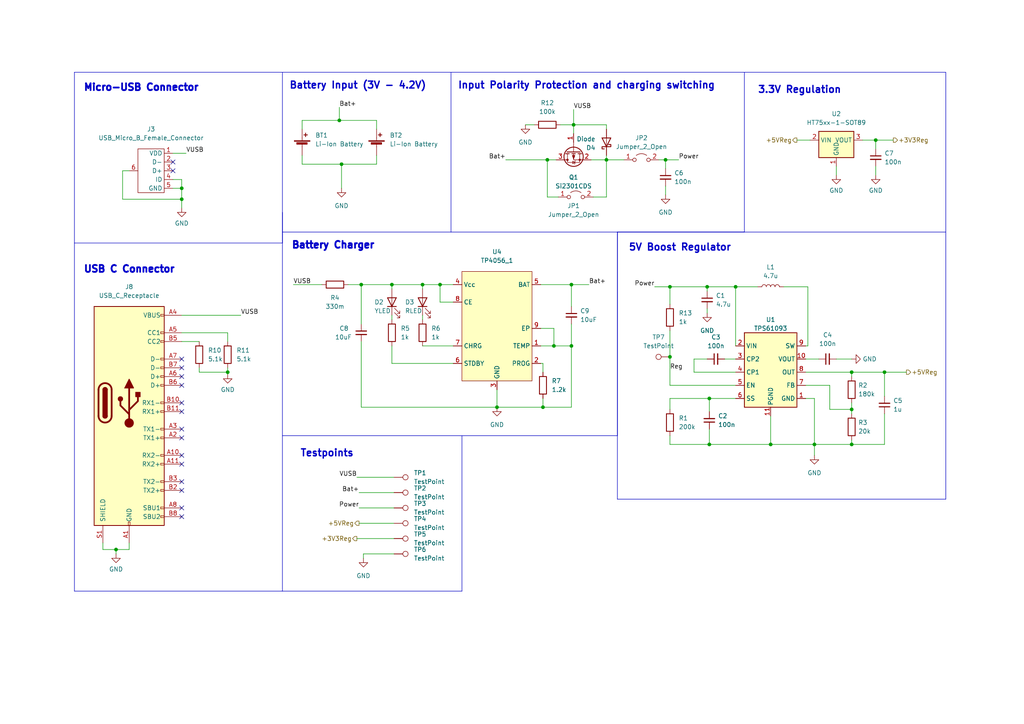
<source format=kicad_sch>
(kicad_sch (version 20230121) (generator eeschema)
  (paper "A4")
  (lib_symbols
    (symbol "Connector:TestPoint" (pin_numbers hide) (pin_names (offset 0.762) hide)
      (property "Reference" "TP" (at 0 6.858 0))
      (property "Value" "TestPoint" (at 0 5.08 0))
      (symbol "TestPoint_0_1"
        (circle (center 0 3.302) (radius 0.762))
      )
      (symbol "TestPoint_1_1"
        (pin passive line (at 0 0 90) (length 2.54) (name "1") (number "1"))
      )
    )
    (symbol "Connector:USB_C_Receptacle" (pin_names (offset 1.016))
      (property "Reference" "J" (at -10.16 29.21 0))
      (property "Value" "USB_C_Receptacle" (at 10.16 29.21 0))
      (symbol "USB_C_Receptacle_0_0"
        (rectangle (start -0.254 -35.56) (end 0.254 -34.544))
        (rectangle (start 10.16 -32.766) (end 9.144 -33.274))
        (rectangle (start 10.16 -30.226) (end 9.144 -30.734))
        (rectangle (start 10.16 -25.146) (end 9.144 -25.654))
        (rectangle (start 10.16 -22.606) (end 9.144 -23.114))
        (rectangle (start 10.16 -17.526) (end 9.144 -18.034))
        (rectangle (start 10.16 -14.986) (end 9.144 -15.494))
        (rectangle (start 10.16 -9.906) (end 9.144 -10.414))
        (rectangle (start 10.16 -7.366) (end 9.144 -7.874))
        (rectangle (start 10.16 -2.286) (end 9.144 -2.794))
        (rectangle (start 10.16 0.254) (end 9.144 -0.254))
        (rectangle (start 10.16 5.334) (end 9.144 4.826))
        (rectangle (start 10.16 7.874) (end 9.144 7.366))
        (rectangle (start 10.16 10.414) (end 9.144 9.906))
        (rectangle (start 10.16 12.954) (end 9.144 12.446))
        (rectangle (start 10.16 18.034) (end 9.144 17.526))
        (rectangle (start 10.16 20.574) (end 9.144 20.066))
        (rectangle (start 10.16 25.654) (end 9.144 25.146))
      )
      (symbol "USB_C_Receptacle_0_1"
        (rectangle (start -10.16 27.94) (end 10.16 -35.56) (stroke (width 0.254)) (fill (type background)))
        (arc (start -8.89 -3.81) (mid -6.985 -5.7067) (end -5.08 -3.81) (stroke (width 0.508)))
        (arc (start -7.62 -3.81) (mid -6.985 -4.4423) (end -6.35 -3.81) (stroke (width 0.254)))
        (arc (start -7.62 -3.81) (mid -6.985 -4.4423) (end -6.35 -3.81) (stroke (width 0.254)) (fill (type outline)))
        (rectangle (start -7.62 -3.81) (end -6.35 3.81) (stroke (width 0.254)) (fill (type outline)))
        (arc (start -6.35 3.81) (mid -6.985 4.4423) (end -7.62 3.81) (stroke (width 0.254)))
        (arc (start -6.35 3.81) (mid -6.985 4.4423) (end -7.62 3.81) (stroke (width 0.254)) (fill (type outline)))
        (arc (start -5.08 3.81) (mid -6.985 5.7067) (end -8.89 3.81) (stroke (width 0.508)))
        (polyline (pts (xy -8.89 -3.81) (xy -8.89 3.81)) (stroke (width 0.508)))
        (polyline (pts (xy -5.08 3.81) (xy -5.08 -3.81)) (stroke (width 0.508)))
      )
      (symbol "USB_C_Receptacle_1_1"
        (circle (center -2.54 1.143) (radius 0.635) (stroke (width 0.254)) (fill (type outline)))
        (circle (center 0 -5.842) (radius 1.27) (fill (type outline)))
        (polyline (pts (xy 0 -5.842) (xy 0 4.318)) (stroke (width 0.508)))
        (polyline (pts (xy 0 -3.302) (xy -2.54 -0.762) (xy -2.54 0.508)) (stroke (width 0.508)))
        (polyline (pts (xy 0 -2.032) (xy 2.54 0.508) (xy 2.54 1.778)) (stroke (width 0.508)))
        (polyline (pts (xy -1.27 4.318) (xy 0 6.858) (xy 1.27 4.318) (xy -1.27 4.318)) (stroke (width 0.254)) (fill (type outline)))
        (rectangle (start 1.905 1.778) (end 3.175 3.048) (stroke (width 0.254)) (fill (type outline)))
        (pin passive line (at 0 -40.64 90) (length 5.08) (name "GND") (number "A1"))
        (pin bidirectional line (at 15.24 -15.24 180) (length 5.08) (name "RX2-") (number "A10"))
        (pin bidirectional line (at 15.24 -17.78 180) (length 5.08) (name "RX2+") (number "A11"))
        (pin passive line (at 0 -40.64 90) (length 5.08) hide (name "GND") (number "A12"))
        (pin bidirectional line (at 15.24 -10.16 180) (length 5.08) (name "TX1+") (number "A2"))
        (pin bidirectional line (at 15.24 -7.62 180) (length 5.08) (name "TX1-") (number "A3"))
        (pin passive line (at 15.24 25.4 180) (length 5.08) (name "VBUS") (number "A4"))
        (pin bidirectional line (at 15.24 20.32 180) (length 5.08) (name "CC1") (number "A5"))
        (pin bidirectional line (at 15.24 7.62 180) (length 5.08) (name "D+") (number "A6"))
        (pin bidirectional line (at 15.24 12.7 180) (length 5.08) (name "D-") (number "A7"))
        (pin bidirectional line (at 15.24 -30.48 180) (length 5.08) (name "SBU1") (number "A8"))
        (pin passive line (at 15.24 25.4 180) (length 5.08) hide (name "VBUS") (number "A9"))
        (pin passive line (at 0 -40.64 90) (length 5.08) hide (name "GND") (number "B1"))
        (pin bidirectional line (at 15.24 0 180) (length 5.08) (name "RX1-") (number "B10"))
        (pin bidirectional line (at 15.24 -2.54 180) (length 5.08) (name "RX1+") (number "B11"))
        (pin passive line (at 0 -40.64 90) (length 5.08) hide (name "GND") (number "B12"))
        (pin bidirectional line (at 15.24 -25.4 180) (length 5.08) (name "TX2+") (number "B2"))
        (pin bidirectional line (at 15.24 -22.86 180) (length 5.08) (name "TX2-") (number "B3"))
        (pin passive line (at 15.24 25.4 180) (length 5.08) hide (name "VBUS") (number "B4"))
        (pin bidirectional line (at 15.24 17.78 180) (length 5.08) (name "CC2") (number "B5"))
        (pin bidirectional line (at 15.24 5.08 180) (length 5.08) (name "D+") (number "B6"))
        (pin bidirectional line (at 15.24 10.16 180) (length 5.08) (name "D-") (number "B7"))
        (pin bidirectional line (at 15.24 -33.02 180) (length 5.08) (name "SBU2") (number "B8"))
        (pin passive line (at 15.24 25.4 180) (length 5.08) hide (name "VBUS") (number "B9"))
        (pin passive line (at -7.62 -40.64 90) (length 5.08) (name "SHIELD") (number "S1"))
      )
    )
    (symbol "Device:Battery_Cell" (pin_numbers hide) (pin_names (offset 0) hide)
      (property "Reference" "BT" (at 2.54 2.54 0))
      (property "Value" "Battery_Cell" (at 2.54 0 0))
      (symbol "Battery_Cell_0_1"
        (rectangle (start -2.286 1.778) (end 2.286 1.524) (fill (type outline)))
        (rectangle (start -1.5748 1.1938) (end 1.4732 0.6858) (fill (type outline)))
        (polyline (pts (xy 0 0.762) (xy 0 0)))
        (polyline (pts (xy 0 1.778) (xy 0 2.54)))
        (polyline (pts (xy 0.508 3.429) (xy 1.524 3.429)) (stroke (width 0.254)))
        (polyline (pts (xy 1.016 3.937) (xy 1.016 2.921)) (stroke (width 0.254)))
      )
      (symbol "Battery_Cell_1_1"
        (pin passive line (at 0 5.08 270) (length 2.54) (name "+") (number "1"))
        (pin passive line (at 0 -2.54 90) (length 2.54) (name "-") (number "2"))
      )
    )
    (symbol "Device:C_Small" (pin_numbers hide) (pin_names (offset 0.254) hide)
      (property "Reference" "C" (at 0.254 1.778 0))
      (property "Value" "C_Small" (at 0.254 -2.032 0))
      (symbol "C_Small_0_1"
        (polyline (pts (xy -1.524 -0.508) (xy 1.524 -0.508)) (stroke (width 0.3302)))
        (polyline (pts (xy -1.524 0.508) (xy 1.524 0.508)) (stroke (width 0.3048)))
      )
      (symbol "C_Small_1_1"
        (pin passive line (at 0 2.54 270) (length 2.032) (name "~") (number "1"))
        (pin passive line (at 0 -2.54 90) (length 2.032) (name "~") (number "2"))
      )
    )
    (symbol "Device:L" (pin_numbers hide) (pin_names (offset 1.016) hide)
      (property "Reference" "L" (at -1.27 0 90))
      (property "Value" "L" (at 1.905 0 90))
      (symbol "L_0_1"
        (arc (start 0 -2.54) (mid 0.6323 -1.905) (end 0 -1.27))
        (arc (start 0 -1.27) (mid 0.6323 -0.635) (end 0 0))
        (arc (start 0 0) (mid 0.6323 0.635) (end 0 1.27))
        (arc (start 0 1.27) (mid 0.6323 1.905) (end 0 2.54))
      )
      (symbol "L_1_1"
        (pin passive line (at 0 3.81 270) (length 1.27) (name "1") (number "1"))
        (pin passive line (at 0 -3.81 90) (length 1.27) (name "2") (number "2"))
      )
    )
    (symbol "Device:LED" (pin_numbers hide) (pin_names (offset 1.016) hide)
      (property "Reference" "D" (at 0 2.54 0))
      (property "Value" "LED" (at 0 -2.54 0))
      (symbol "LED_0_1"
        (polyline (pts (xy -1.27 -1.27) (xy -1.27 1.27)) (stroke (width 0.254)))
        (polyline (pts (xy -1.27 0) (xy 1.27 0)))
        (polyline (pts (xy 1.27 -1.27) (xy 1.27 1.27) (xy -1.27 0) (xy 1.27 -1.27)) (stroke (width 0.254)))
        (polyline (pts (xy -3.048 -0.762) (xy -4.572 -2.286) (xy -3.81 -2.286) (xy -4.572 -2.286) (xy -4.572 -1.524)))
        (polyline (pts (xy -1.778 -0.762) (xy -3.302 -2.286) (xy -2.54 -2.286) (xy -3.302 -2.286) (xy -3.302 -1.524)))
      )
      (symbol "LED_1_1"
        (pin passive line (at -3.81 0 0) (length 2.54) (name "K") (number "1"))
        (pin passive line (at 3.81 0 180) (length 2.54) (name "A") (number "2"))
      )
    )
    (symbol "Device:R" (pin_numbers hide) (pin_names (offset 0))
      (property "Reference" "R" (at 2.032 0 90))
      (property "Value" "R" (at 0 0 90))
      (symbol "R_0_1"
        (rectangle (start -1.016 -2.54) (end 1.016 2.54) (stroke (width 0.254)))
      )
      (symbol "R_1_1"
        (pin passive line (at 0 3.81 270) (length 1.27) (name "~") (number "1"))
        (pin passive line (at 0 -3.81 90) (length 1.27) (name "~") (number "2"))
      )
    )
    (symbol "Diode:1N5819" (pin_numbers hide) (pin_names (offset 1.016) hide)
      (property "Reference" "D" (at 0 2.54 0))
      (property "Value" "1N5819" (at 0 -2.54 0))
      (symbol "1N5819_0_1"
        (polyline (pts (xy 1.27 0) (xy -1.27 0)))
        (polyline (pts (xy 1.27 1.27) (xy 1.27 -1.27) (xy -1.27 0) (xy 1.27 1.27)) (stroke (width 0.254)))
        (polyline (pts (xy -1.905 0.635) (xy -1.905 1.27) (xy -1.27 1.27) (xy -1.27 -1.27) (xy -0.635 -1.27) (xy -0.635 -0.635)) (stroke (width 0.254)))
      )
      (symbol "1N5819_1_1"
        (pin passive line (at -3.81 0 0) (length 2.54) (name "K") (number "1"))
        (pin passive line (at 3.81 0 180) (length 2.54) (name "A") (number "2"))
      )
    )
    (symbol "Jumper:Jumper_2_Open" (pin_names (offset 0) hide)
      (property "Reference" "JP" (at 0 2.794 0))
      (property "Value" "Jumper_2_Open" (at 0 -2.286 0))
      (symbol "Jumper_2_Open_0_0"
        (circle (center -2.032 0) (radius 0.508))
        (circle (center 2.032 0) (radius 0.508))
      )
      (symbol "Jumper_2_Open_0_1"
        (arc (start 1.524 1.27) (mid 0 1.778) (end -1.524 1.27))
      )
      (symbol "Jumper_2_Open_1_1"
        (pin passive line (at -5.08 0 0) (length 2.54) (name "A") (number "1"))
        (pin passive line (at 5.08 0 180) (length 2.54) (name "B") (number "2"))
      )
    )
    (symbol "Regulator_Linear:HT75xx-1-SOT89"
      (property "Reference" "U" (at -5.08 -3.81 0))
      (property "Value" "HT75xx-1-SOT89" (at 0 6.35 0))
      (symbol "HT75xx-1-SOT89_0_1"
        (rectangle (start -5.08 5.08) (end 5.08 -2.54) (stroke (width 0.254)) (fill (type background)))
      )
      (symbol "HT75xx-1-SOT89_1_1"
        (pin power_in line (at 0 -5.08 90) (length 2.54) (name "GND") (number "1"))
        (pin power_in line (at -7.62 2.54 0) (length 2.54) (name "VIN") (number "2"))
        (pin power_out line (at 7.62 2.54 180) (length 2.54) (name "VOUT") (number "3"))
      )
    )
    (symbol "SarahLib:TP4056_1"
      (property "Reference" "U4" (at 0 11.43 0))
      (property "Value" "TP4056_1" (at 0 8.89 0))
      (symbol "TP4056_1_0_1"
        (rectangle (start -10.16 6.35) (end 10.16 -25.4) (fill (type background)))
      )
      (symbol "TP4056_1_1_1"
        (pin input line (at 12.7 -15.24 180) (length 2.54) (name "TEMP") (number "1"))
        (pin input line (at 12.7 -20.32 180) (length 2.54) (name "PROG") (number "2"))
        (pin input line (at 0 -27.94 90) (length 2.54) (name "GND") (number "3"))
        (pin input line (at -12.7 2.54 0) (length 2.54) (name "Vcc") (number "4"))
        (pin input line (at 12.7 2.54 180) (length 2.54) (name "BAT") (number "5"))
        (pin input line (at -12.7 -20.32 0) (length 2.54) (name "STDBY") (number "6"))
        (pin input line (at -12.7 -15.24 0) (length 2.54) (name "CHRG") (number "7"))
        (pin input line (at -12.7 -2.54 0) (length 2.54) (name "CE") (number "8"))
        (pin input line (at 12.7 -10.16 180) (length 2.54) (name "EP") (number "9"))
      )
    )
    (symbol "SarahLib:TPS61093DSKR"
      (property "Reference" "U1" (at 0 20.32 0))
      (property "Value" "TPS63030DSKR" (at 0 17.78 0))
      (symbol "TPS61093DSKR_0_1"
        (rectangle (start -7.62 16.51) (end 7.62 -5.08) (stroke (width 0.254)) (fill (type background)))
      )
      (symbol "TPS61093DSKR_1_1"
        (pin power_in line (at 10.16 -2.54 180) (length 2.54) (name "GND") (number "1"))
        (pin power_out line (at 10.16 8.89 180) (length 2.54) (name "VOUT") (number "10"))
        (pin passive line (at 0 -7.62 90) (length 2.54) (name "PGND") (number "11"))
        (pin power_in line (at -10.16 12.7 0) (length 2.54) (name "VIN") (number "2"))
        (pin input line (at -10.16 8.89 0) (length 2.54) (name "CP2") (number "3"))
        (pin input line (at -10.16 5.08 0) (length 2.54) (name "CP1") (number "4"))
        (pin input line (at -10.16 1.27 0) (length 2.54) (name "EN") (number "5"))
        (pin passive line (at -10.16 -2.54 0) (length 2.54) (name "SS") (number "6"))
        (pin input line (at 10.16 1.27 180) (length 2.54) (name "FB") (number "7"))
        (pin output line (at 10.16 5.08 180) (length 2.54) (name "OUT") (number "8"))
        (pin power_in line (at 10.16 12.7 180) (length 2.54) (name "SW") (number "9"))
      )
    )
    (symbol "SarahLib:USB_Micro_B_Female_Connector"
      (property "Reference" "J3" (at 1.27 12.065 0))
      (property "Value" "USB_Micro_B_Female_Connector" (at 1.27 9.525 0))
      (symbol "USB_Micro_B_Female_Connector_0_1"
        (rectangle (start 5.08 6.35) (end -2.54 -6.35) (stroke (width 0.1524)))
      )
      (symbol "USB_Micro_B_Female_Connector_1_1"
        (pin power_out line (at 7.62 5.08 180) (length 2.54) (name "VDD") (number "1"))
        (pin input line (at 7.62 2.54 180) (length 2.54) (name "D-") (number "2"))
        (pin input line (at 7.62 0 180) (length 2.54) (name "D+") (number "3"))
        (pin passive line (at 7.62 -2.54 180) (length 2.54) (name "ID") (number "4"))
        (pin power_in line (at 7.62 -5.08 180) (length 2.54) (name "GND") (number "5"))
        (pin passive line (at -5.08 0 0) (length 2.54) (name "") (number "6"))
      )
    )
    (symbol "Transistor_FET:Si2319CDS" (pin_names hide)
      (property "Reference" "Q" (at 5.08 1.905 0))
      (property "Value" "Si2319CDS" (at 5.08 0 0))
      (symbol "Si2319CDS_0_1"
        (polyline (pts (xy 0.254 0) (xy -2.54 0)))
        (polyline (pts (xy 0.254 1.905) (xy 0.254 -1.905)) (stroke (width 0.254)))
        (polyline (pts (xy 0.762 -1.27) (xy 0.762 -2.286)) (stroke (width 0.254)))
        (polyline (pts (xy 0.762 0.508) (xy 0.762 -0.508)) (stroke (width 0.254)))
        (polyline (pts (xy 0.762 2.286) (xy 0.762 1.27)) (stroke (width 0.254)))
        (polyline (pts (xy 2.54 2.54) (xy 2.54 1.778)))
        (polyline (pts (xy 2.54 -2.54) (xy 2.54 0) (xy 0.762 0)))
        (polyline (pts (xy 0.762 1.778) (xy 3.302 1.778) (xy 3.302 -1.778) (xy 0.762 -1.778)))
        (polyline (pts (xy 2.286 0) (xy 1.27 0.381) (xy 1.27 -0.381) (xy 2.286 0)) (fill (type outline)))
        (polyline (pts (xy 2.794 -0.508) (xy 2.921 -0.381) (xy 3.683 -0.381) (xy 3.81 -0.254)))
        (polyline (pts (xy 3.302 -0.381) (xy 2.921 0.254) (xy 3.683 0.254) (xy 3.302 -0.381)))
        (circle (center 1.651 0) (radius 2.794) (stroke (width 0.254)))
        (circle (center 2.54 -1.778) (radius 0.254) (fill (type outline)))
        (circle (center 2.54 1.778) (radius 0.254) (fill (type outline)))
      )
      (symbol "Si2319CDS_1_1"
        (pin input line (at -5.08 0 0) (length 2.54) (name "G") (number "1"))
        (pin passive line (at 2.54 -5.08 90) (length 2.54) (name "S") (number "2"))
        (pin passive line (at 2.54 5.08 270) (length 2.54) (name "D") (number "3"))
      )
    )
    (symbol "power:GND" (power) (pin_names (offset 0))
      (property "Value" "GND" (at 0 -3.81 0))
      (symbol "GND_0_1"
        (polyline (pts (xy 0 0) (xy 0 -1.27) (xy 1.27 -1.27) (xy 0 -2.54) (xy -1.27 -1.27) (xy 0 -1.27)))
      )
      (symbol "GND_1_1"
        (pin power_in line (at 0 0 270) (length 0) hide (name "GND") (number "1"))
      )
    )
  )
  (junction (at 127.635 82.55))
  (junction (at 98.425 34.925))
  (junction (at 99.06 47.625))
  (junction (at 193.04 46.355))
  (junction (at 254 40.64))
  (junction (at 160.655 100.33))
  (junction (at 256.54 107.95))
  (junction (at 113.665 82.55))
  (junction (at 223.52 128.905))
  (junction (at 104.775 82.55))
  (junction (at 236.22 128.905))
  (junction (at 194.31 103.505))
  (junction (at 247.015 118.745))
  (junction (at 205.74 115.57))
  (junction (at 166.37 36.195))
  (junction (at 165.735 82.55))
  (junction (at 205.74 128.905))
  (junction (at 157.48 118.11))
  (junction (at 247.015 107.95))
  (junction (at 213.36 83.185))
  (junction (at 144.145 118.11))
  (junction (at 205.105 83.185))
  (junction (at 175.895 46.355))
  (junction (at 52.705 57.785))
  (junction (at 165.735 100.33))
  (junction (at 158.75 46.355))
  (junction (at 66.04 107.95))
  (junction (at 247.015 128.905))
  (junction (at 122.555 82.55))
  (junction (at 194.31 83.185))
  (junction (at 52.705 54.61))
  (junction (at 33.655 159.385))
  (no_connect (at 52.705 111.76))
  (no_connect (at 52.705 116.84))
  (no_connect (at 52.705 109.22))
  (no_connect (at 52.705 104.14))
  (no_connect (at 52.705 106.68))
  (no_connect (at 52.705 139.7))
  (no_connect (at 52.705 142.24))
  (no_connect (at 52.705 134.62))
  (no_connect (at 52.705 132.08))
  (no_connect (at 52.705 119.38))
  (no_connect (at 52.705 127))
  (no_connect (at 52.705 124.46))
  (no_connect (at 52.705 149.86))
  (no_connect (at 52.705 147.32))
  (no_connect (at 50.165 46.99))
  (no_connect (at 50.165 49.53))
  (polyline (pts (xy 81.915 171.45) (xy 81.915 20.955)))
  (wire (pts (xy 122.555 91.44) (xy 122.555 92.71)))
  (wire (pts (xy 29.845 157.48) (xy 29.845 159.385)))
  (wire (pts (xy 256.54 128.905) (xy 247.015 128.905)))
  (wire (pts (xy 156.845 100.33) (xy 160.655 100.33)))
  (wire (pts (xy 194.31 111.76) (xy 213.36 111.76)))
  (wire (pts (xy 165.735 82.55) (xy 165.735 88.9)))
  (wire (pts (xy 35.56 57.785) (xy 52.705 57.785)))
  (wire (pts (xy 158.75 46.355) (xy 158.75 57.15)))
  (polyline (pts (xy 274.32 20.955) (xy 274.32 67.31)))
  (wire (pts (xy 52.705 57.785) (xy 52.705 60.325)))
  (wire (pts (xy 233.68 107.95) (xy 247.015 107.95)))
  (wire (pts (xy 50.165 44.45) (xy 53.975 44.45)))
  (wire (pts (xy 113.665 91.44) (xy 113.665 92.71)))
  (wire (pts (xy 233.68 104.14) (xy 237.49 104.14)))
  (wire (pts (xy 254 40.64) (xy 259.08 40.64)))
  (polyline (pts (xy 21.59 171.45) (xy 81.915 171.45)))
  (polyline (pts (xy 215.9 20.955) (xy 274.32 20.955)))
  (wire (pts (xy 105.41 160.655) (xy 105.41 161.925)))
  (wire (pts (xy 175.895 45.085) (xy 175.895 46.355)))
  (wire (pts (xy 236.22 115.57) (xy 236.22 128.905)))
  (polyline (pts (xy 21.59 20.955) (xy 81.915 20.955)))
  (wire (pts (xy 103.505 138.43) (xy 114.3 138.43)))
  (wire (pts (xy 158.75 57.15) (xy 161.925 57.15)))
  (wire (pts (xy 194.31 118.745) (xy 194.31 115.57)))
  (wire (pts (xy 157.48 105.41) (xy 157.48 107.95)))
  (wire (pts (xy 127.635 82.55) (xy 131.445 82.55)))
  (wire (pts (xy 256.54 107.95) (xy 256.54 114.935)))
  (wire (pts (xy 234.315 83.185) (xy 234.315 100.33)))
  (wire (pts (xy 157.48 118.11) (xy 165.735 118.11)))
  (wire (pts (xy 99.06 47.625) (xy 87.63 47.625)))
  (wire (pts (xy 205.74 128.905) (xy 223.52 128.905)))
  (wire (pts (xy 170.815 82.55) (xy 165.735 82.55)))
  (wire (pts (xy 50.165 52.07) (xy 52.705 52.07)))
  (wire (pts (xy 99.06 47.625) (xy 109.22 47.625)))
  (wire (pts (xy 156.845 95.25) (xy 160.655 95.25)))
  (wire (pts (xy 247.015 116.84) (xy 247.015 118.745)))
  (wire (pts (xy 205.105 83.185) (xy 205.105 84.455)))
  (wire (pts (xy 213.36 115.57) (xy 205.74 115.57)))
  (wire (pts (xy 194.31 103.505) (xy 194.31 111.76)))
  (wire (pts (xy 152.4 36.195) (xy 154.94 36.195)))
  (wire (pts (xy 254 50.8) (xy 254 48.26)))
  (wire (pts (xy 69.85 91.44) (xy 52.705 91.44)))
  (wire (pts (xy 57.785 106.68) (xy 57.785 107.95)))
  (wire (pts (xy 114.3 160.655) (xy 105.41 160.655)))
  (wire (pts (xy 236.22 128.905) (xy 236.22 132.08)))
  (wire (pts (xy 156.845 105.41) (xy 157.48 105.41)))
  (wire (pts (xy 247.015 128.905) (xy 236.22 128.905)))
  (wire (pts (xy 87.63 37.465) (xy 87.63 34.925)))
  (wire (pts (xy 100.965 82.55) (xy 104.775 82.55)))
  (wire (pts (xy 166.37 36.195) (xy 166.37 38.735)))
  (wire (pts (xy 194.31 95.885) (xy 194.31 103.505)))
  (wire (pts (xy 52.705 52.07) (xy 52.705 54.61)))
  (polyline (pts (xy 274.32 67.31) (xy 274.32 144.78)))
  (wire (pts (xy 205.74 115.57) (xy 205.74 119.38)))
  (wire (pts (xy 52.705 96.52) (xy 66.04 96.52)))
  (wire (pts (xy 50.165 54.61) (xy 52.705 54.61)))
  (wire (pts (xy 66.04 107.95) (xy 66.04 108.585)))
  (wire (pts (xy 193.04 46.355) (xy 191.135 46.355)))
  (wire (pts (xy 240.665 118.745) (xy 247.015 118.745)))
  (wire (pts (xy 57.785 107.95) (xy 66.04 107.95)))
  (wire (pts (xy 98.425 31.115) (xy 98.425 34.925)))
  (wire (pts (xy 213.36 83.185) (xy 219.71 83.185)))
  (polyline (pts (xy 81.915 171.45) (xy 133.985 171.45)))
  (wire (pts (xy 109.22 34.925) (xy 109.22 37.465)))
  (wire (pts (xy 256.54 120.015) (xy 256.54 128.905)))
  (wire (pts (xy 113.665 105.41) (xy 131.445 105.41)))
  (wire (pts (xy 98.425 34.925) (xy 109.22 34.925)))
  (wire (pts (xy 104.14 147.32) (xy 114.3 147.32)))
  (wire (pts (xy 52.705 99.06) (xy 57.785 99.06)))
  (wire (pts (xy 194.31 83.185) (xy 194.31 88.265)))
  (wire (pts (xy 193.04 56.515) (xy 193.04 53.975)))
  (wire (pts (xy 242.57 48.26) (xy 242.57 50.8)))
  (wire (pts (xy 171.45 46.355) (xy 175.895 46.355)))
  (wire (pts (xy 122.555 82.55) (xy 127.635 82.55)))
  (wire (pts (xy 247.015 104.14) (xy 242.57 104.14)))
  (wire (pts (xy 104.14 142.875) (xy 114.3 142.875)))
  (wire (pts (xy 66.04 96.52) (xy 66.04 99.06)))
  (wire (pts (xy 240.665 111.76) (xy 233.68 111.76)))
  (wire (pts (xy 87.63 34.925) (xy 98.425 34.925)))
  (wire (pts (xy 166.37 31.75) (xy 166.37 36.195)))
  (polyline (pts (xy 215.9 20.955) (xy 215.9 67.31)))
  (wire (pts (xy 158.75 46.355) (xy 161.29 46.355)))
  (wire (pts (xy 247.015 118.745) (xy 247.015 120.015)))
  (wire (pts (xy 144.145 118.11) (xy 157.48 118.11)))
  (wire (pts (xy 52.705 54.61) (xy 52.705 57.785)))
  (wire (pts (xy 109.22 47.625) (xy 109.22 45.085)))
  (wire (pts (xy 254 43.18) (xy 254 40.64)))
  (wire (pts (xy 247.015 107.95) (xy 247.015 109.22)))
  (wire (pts (xy 247.015 107.95) (xy 256.54 107.95)))
  (polyline (pts (xy 81.915 67.31) (xy 215.9 67.31)))
  (wire (pts (xy 37.465 159.385) (xy 37.465 157.48)))
  (wire (pts (xy 189.865 83.185) (xy 194.31 83.185)))
  (wire (pts (xy 250.19 40.64) (xy 254 40.64)))
  (polyline (pts (xy 81.915 70.485) (xy 81.915 61.595)))
  (wire (pts (xy 103.505 156.21) (xy 114.3 156.21)))
  (polyline (pts (xy 130.81 20.955) (xy 130.81 67.31)))
  (wire (pts (xy 165.735 82.55) (xy 156.845 82.55)))
  (wire (pts (xy 122.555 83.82) (xy 122.555 82.55)))
  (wire (pts (xy 175.895 46.355) (xy 175.895 57.15)))
  (wire (pts (xy 205.74 128.905) (xy 205.74 124.46)))
  (polyline (pts (xy 81.915 126.365) (xy 179.07 126.365)))
  (wire (pts (xy 194.31 115.57) (xy 205.74 115.57)))
  (wire (pts (xy 210.185 104.14) (xy 213.36 104.14)))
  (wire (pts (xy 193.04 48.895) (xy 193.04 46.355)))
  (wire (pts (xy 37.465 49.53) (xy 35.56 49.53)))
  (wire (pts (xy 223.52 128.905) (xy 236.22 128.905)))
  (wire (pts (xy 247.015 127.635) (xy 247.015 128.905)))
  (wire (pts (xy 162.56 36.195) (xy 166.37 36.195)))
  (wire (pts (xy 194.31 128.905) (xy 205.74 128.905)))
  (polyline (pts (xy 179.07 67.31) (xy 274.32 67.31)))
  (wire (pts (xy 66.04 106.68) (xy 66.04 107.95)))
  (wire (pts (xy 157.48 115.57) (xy 157.48 118.11)))
  (wire (pts (xy 175.895 36.195) (xy 175.895 37.465)))
  (wire (pts (xy 144.145 113.03) (xy 144.145 118.11)))
  (wire (pts (xy 233.68 115.57) (xy 236.22 115.57)))
  (wire (pts (xy 231.14 40.64) (xy 234.95 40.64)))
  (wire (pts (xy 166.37 36.195) (xy 175.895 36.195)))
  (polyline (pts (xy 133.985 171.45) (xy 133.985 126.365)))
  (wire (pts (xy 85.09 82.55) (xy 93.345 82.55)))
  (wire (pts (xy 35.56 49.53) (xy 35.56 57.785)))
  (wire (pts (xy 194.31 83.185) (xy 205.105 83.185)))
  (wire (pts (xy 104.775 82.55) (xy 104.775 93.98)))
  (wire (pts (xy 205.105 90.805) (xy 205.105 89.535)))
  (wire (pts (xy 160.655 95.25) (xy 160.655 100.33)))
  (wire (pts (xy 99.06 47.625) (xy 99.06 54.61)))
  (wire (pts (xy 160.655 100.33) (xy 165.735 100.33)))
  (wire (pts (xy 165.735 100.33) (xy 165.735 118.11)))
  (wire (pts (xy 122.555 100.33) (xy 131.445 100.33)))
  (wire (pts (xy 33.655 159.385) (xy 33.655 160.655)))
  (wire (pts (xy 113.665 100.33) (xy 113.665 105.41)))
  (wire (pts (xy 113.665 82.55) (xy 122.555 82.55)))
  (wire (pts (xy 127.635 82.55) (xy 127.635 87.63)))
  (wire (pts (xy 104.775 82.55) (xy 113.665 82.55)))
  (wire (pts (xy 201.295 104.14) (xy 205.105 104.14)))
  (wire (pts (xy 104.14 151.765) (xy 114.3 151.765)))
  (wire (pts (xy 165.735 93.98) (xy 165.735 100.33)))
  (wire (pts (xy 175.895 46.355) (xy 180.975 46.355)))
  (wire (pts (xy 104.775 99.06) (xy 104.775 118.11)))
  (wire (pts (xy 234.315 100.33) (xy 233.68 100.33)))
  (wire (pts (xy 131.445 87.63) (xy 127.635 87.63)))
  (wire (pts (xy 256.54 107.95) (xy 262.89 107.95)))
  (wire (pts (xy 87.63 45.085) (xy 87.63 47.625)))
  (wire (pts (xy 33.655 159.385) (xy 37.465 159.385)))
  (wire (pts (xy 240.665 118.745) (xy 240.665 111.76)))
  (polyline (pts (xy 179.07 67.31) (xy 179.07 126.365)))
  (wire (pts (xy 113.665 83.82) (xy 113.665 82.55)))
  (wire (pts (xy 213.36 100.33) (xy 213.36 83.185)))
  (wire (pts (xy 104.775 118.11) (xy 144.145 118.11)))
  (wire (pts (xy 196.85 46.355) (xy 193.04 46.355)))
  (wire (pts (xy 29.845 159.385) (xy 33.655 159.385)))
  (wire (pts (xy 146.685 46.355) (xy 158.75 46.355)))
  (polyline (pts (xy 215.9 20.955) (xy 81.915 20.955)))
  (polyline (pts (xy 274.32 144.78) (xy 179.07 144.78)))
  (wire (pts (xy 213.36 107.95) (xy 201.295 107.95)))
  (wire (pts (xy 227.33 83.185) (xy 234.315 83.185)))
  (polyline (pts (xy 21.59 70.485) (xy 81.915 70.485)))
  (wire (pts (xy 172.085 57.15) (xy 175.895 57.15)))
  (wire (pts (xy 201.295 107.95) (xy 201.295 104.14)))
  (wire (pts (xy 194.31 126.365) (xy 194.31 128.905)))
  (wire (pts (xy 223.52 120.65) (xy 223.52 128.905)))
  (wire (pts (xy 213.36 83.185) (xy 205.105 83.185)))
  (polyline (pts (xy 179.07 144.78) (xy 179.07 67.31)))
  (polyline (pts (xy 21.59 20.955) (xy 21.59 171.45)))
  (text "3.3V Regulation " (at 219.71 27.305 0) (effects (font (size 2 2) (thickness 0.4) bold) (justify left bottom)))
  (text "Battery Input (3V - 4.2V)" (at 83.82 26.035 0) (effects (font (size 2 2) (thickness 0.4) bold) (justify left bottom)))
  (text "Micro-USB Connector\n" (at 24.13 26.67 0) (effects (font (size 2 2) (thickness 0.8) bold) (justify left bottom)))
  (text "5V Boost Regulator\n" (at 182.245 73.025 0) (effects (font (size 2 2) (thickness 0.4) bold) (justify left bottom)))
  (text "Testpoints" (at 86.995 132.715 0) (effects (font (size 2.0066 2.0066) (thickness 0.4013) bold) (justify left bottom)))
  (text "Battery Charger" (at 84.455 72.39 0) (effects (font (size 2 2) (thickness 0.6) bold) (justify left bottom)))
  (text "Input Polarity Protection and charging switching" (at 132.715 26.035 0) (effects (font (size 2 2) (thickness 0.4) bold) (justify left bottom)))
  (text "USB C Connector\n" (at 24.13 79.375 0) (effects (font (size 2 2) (thickness 0.8) bold) (justify left bottom)))
  (label "Reg" (at 194.31 107.315 0))
  (label "Power" (at 189.865 83.185 180))
  (label "Bat+" (at 146.685 46.355 180))
  (label "VUSB" (at 69.85 91.44 0))
  (label "Bat+" (at 170.815 82.55 0))
  (label "VUSB" (at 103.505 138.43 180))
  (label "VUSB" (at 85.09 82.55 0))
  (label "VUSB" (at 166.37 31.75 0))
  (label "Power" (at 196.85 46.355 0))
  (label "Power" (at 104.14 147.32 180))
  (label "Bat+" (at 104.14 142.875 180))
  (label "Bat+" (at 98.425 31.115 0))
  (label "VUSB" (at 53.975 44.45 0))
  (hierarchical_label "+5VReg" (shape output) (at 104.14 151.765 180))
  (hierarchical_label "+5VReg" (shape output) (at 231.14 40.64 180))
  (hierarchical_label "+3V3Reg" (shape output) (at 103.505 156.21 180))
  (hierarchical_label "+3V3Reg" (shape output) (at 259.08 40.64 0))
  (hierarchical_label "+5VReg" (shape output) (at 262.89 107.95 0))
  (symbol (lib_id "Jumper:Jumper_2_Open") (at 167.005 57.15 0) (unit 1)
    (property "Reference" "JP1" (at 166.37 59.69 0))
    (property "Value" "Jumper_2_Open" (at 166.37 62.23 0))
    (property "Footprint" "Jumper:SolderJumper-2_P1.3mm_Open_RoundedPad1.0x1.5mm" (effects hide))
  )
  (symbol (lib_id "Device:R") (at 194.31 122.555 0) (unit 1)
    (property "Reference" "R1" (at 196.85 121.2849 0) (effects (justify left)))
    (property "Value" "200k" (at 196.85 123.8249 0) (effects (justify left)))
    (property "Footprint" "Resistor_SMD:R_0805_2012Metric" (effects hide))
    (property "Datasheet" "https://datasheet.lcsc.com/lcsc/2206010200_UNI-ROYAL-Uniroyal-Elec-0805W8F2003T5E_C17539.pdf" (effects hide))
    (property "Price" "0.0016" (effects hide))
    (property "Extended" "0" (effects hide))
    (property "LCSC" "C17539" (effects hide))
    (property "Populate" "Yes" (effects hide))
  )
  (symbol (lib_id "Connector:TestPoint") (at 114.3 147.32 270) (unit 1)
    (property "Reference" "TP3" (at 120.015 146.0499 90) (effects (justify left)))
    (property "Value" "TestPoint" (at 120.015 148.5899 90) (effects (justify left)))
    (property "Footprint" "TestPoint:TestPoint_Pad_D2.0mm" (effects hide))
  )
  (symbol (lib_id "Connector:TestPoint") (at 114.3 160.655 270) (unit 1)
    (property "Reference" "TP6" (at 120.015 159.3849 90) (effects (justify left)))
    (property "Value" "TestPoint" (at 120.015 161.9249 90) (effects (justify left)))
    (property "Footprint" "TestPoint:TestPoint_Pad_D2.0mm" (effects hide))
  )
  (symbol (lib_id "Connector:TestPoint") (at 194.31 103.505 90) (unit 1)
    (property "Reference" "TP7" (at 191.008 97.79 90))
    (property "Value" "TestPoint" (at 191.008 100.33 90))
    (property "Footprint" "TestPoint:TestPoint_Pad_D2.0mm" (effects hide))
  )
  (symbol (lib_id "power:GND") (at 205.105 90.805 0) (unit 1)
    (property "Reference" "#PWR02" (effects hide))
    (property "Value" "GND" (at 205.105 95.885 0))
  )
  (symbol (lib_id "Connector:TestPoint") (at 114.3 151.765 270) (unit 1)
    (property "Reference" "TP4" (at 120.015 150.4949 90) (effects (justify left)))
    (property "Value" "TestPoint" (at 120.015 153.0349 90) (effects (justify left)))
    (property "Footprint" "TestPoint:TestPoint_Pad_D2.0mm" (effects hide))
  )
  (symbol (lib_id "power:GND") (at 247.015 104.14 90) (unit 1)
    (property "Reference" "#PWR04" (effects hide))
    (property "Value" "GND" (at 250.19 104.1399 90) (effects (justify right)))
  )
  (symbol (lib_id "Device:C_Small") (at 254 45.72 0) (unit 1)
    (property "Reference" "C7" (at 256.54 44.4562 0) (effects (justify left)))
    (property "Value" "100n" (at 256.54 46.9962 0) (effects (justify left)))
    (property "Footprint" "Capacitor_SMD:C_0603_1608Metric" (effects hide))
    (property "Datasheet" "https://datasheet.lcsc.com/lcsc/1809301912_YAGEO-CC0603KRX7R9BB104_C14663.pdf" (effects hide))
    (property "Price" "0.0020" (effects hide))
    (property "LCSC" "C49678" (effects hide))
    (property "Extended" "0" (effects hide))
    (property "Populate" "Yes" (effects hide))
  )
  (symbol (lib_id "power:GND") (at 152.4 36.195 0) (unit 1)
    (property "Reference" "#PWR0108" (effects hide))
    (property "Value" "GND" (at 152.4 41.275 0))
  )
  (symbol (lib_id "Device:C_Small") (at 165.735 91.44 0) (unit 1)
    (property "Reference" "C9" (at 168.275 90.1762 0) (effects (justify left)))
    (property "Value" "10uF" (at 168.275 92.7162 0) (effects (justify left)))
    (property "Footprint" "Capacitor_SMD:C_0402_1005Metric" (effects hide))
    (property "LCSC" "C15525" (effects hide))
    (property "Extended" "0" (effects hide))
    (property "Populate" "Yes" (effects hide))
  )
  (symbol (lib_id "power:GND") (at 52.705 60.325 0) (unit 1)
    (property "Reference" "#PWR09" (effects hide))
    (property "Value" "GND" (at 52.705 64.7684 0))
  )
  (symbol (lib_id "Device:R") (at 97.155 82.55 90) (unit 1)
    (property "Reference" "R4" (at 97.155 86.36 90))
    (property "Value" "330m" (at 97.155 88.9 90))
    (property "Footprint" "Resistor_SMD:R_0805_2012Metric" (effects hide))
    (property "LCSC" "C52548" (effects hide))
    (property "Extended" "1" (effects hide))
    (property "Price" "0.01" (effects hide))
    (property "Populate" "Yes" (effects hide))
  )
  (symbol (lib_id "power:GND") (at 66.04 108.585 0) (unit 1)
    (property "Reference" "#PWR0106" (effects hide))
    (property "Value" "GND" (at 66.04 113.0284 0))
  )
  (symbol (lib_id "Device:Battery_Cell") (at 109.22 42.545 0) (unit 1)
    (property "Reference" "BT2" (at 113.03 39.2429 0) (effects (justify left)))
    (property "Value" "Li-Ion Battery" (at 113.03 41.7829 0) (effects (justify left)))
    (property "Footprint" "Battery:BatteryHolder_Keystone_1042_1x18650" (effects hide))
    (property "Populate" "No" (effects hide))
  )
  (symbol (lib_id "Device:R") (at 247.015 113.03 0) (unit 1)
    (property "Reference" "R2" (at 248.92 111.7599 0) (effects (justify left)))
    (property "Value" "180k" (at 248.92 114.2999 0) (effects (justify left)))
    (property "Footprint" "Resistor_SMD:R_0603_1608Metric" (effects hide))
    (property "Extended" "0" (effects hide))
    (property "LCSC" "C22827" (effects hide))
    (property "Price" "0.01" (effects hide))
    (property "Populate" "Yes" (effects hide))
  )
  (symbol (lib_id "Device:LED") (at 122.555 87.63 90) (unit 1)
    (property "Reference" "D3" (at 117.475 87.63 90) (effects (justify right)))
    (property "Value" "RLED" (at 117.475 90.17 90) (effects (justify right)))
    (property "Footprint" "LED_SMD:LED_0603_1608Metric" (effects hide))
    (property "LCSC" "C2286" (effects hide))
    (property "Extended" "0" (effects hide))
    (property "Populate" "Yes" (effects hide))
  )
  (symbol (lib_id "Diode:1N5819") (at 175.895 41.275 90) (unit 1)
    (property "Reference" "D4" (at 172.72 42.8626 90) (effects (justify left)))
    (property "Value" "Diode" (at 172.72 40.3226 90) (effects (justify left)))
    (property "Footprint" "Diode_SMD:D_SOD-123" (effects hide))
    (property "Datasheet" "https://datasheet.lcsc.com/lcsc/1809140216_Jiangsu-Changjing-Electronics-Technology-Co---Ltd--B5819W-SL_C8598.pdf" (effects hide))
    (property "LCSC" "C8598" (effects hide))
    (property "Price" "0.0297" (effects hide))
    (property "Extended" "0" (effects hide))
    (property "Populate" "Yes" (effects hide))
  )
  (symbol (lib_id "Device:C_Small") (at 240.03 104.14 90) (unit 1)
    (property "Reference" "C4" (at 240.0363 97.155 90))
    (property "Value" "100n" (at 240.0363 99.695 90))
    (property "Footprint" "Capacitor_SMD:C_0603_1608Metric" (effects hide))
    (property "Datasheet" "https://datasheet.lcsc.com/lcsc/1809301912_YAGEO-CC0603KRX7R9BB104_C14663.pdf" (effects hide))
    (property "Price" "0.0020" (effects hide))
    (property "LCSC" "C49678" (effects hide))
    (property "Extended" "0" (effects hide))
    (property "Populate" "Yes" (effects hide))
  )
  (symbol (lib_id "Device:L") (at 223.52 83.185 90) (unit 1)
    (property "Reference" "L1" (at 223.52 77.47 90))
    (property "Value" "4.7u" (at 223.52 80.01 90))
    (property "Footprint" "SarahFootprints:IND-SMD_L4.0-W4.0" (effects hide))
    (property "Datasheet" "https://datasheet.lcsc.com/lcsc/1810061032_Sunltech-Tech-SLW4012S4R7NST_C206275.pdf" (effects hide))
    (property "Extended" "1" (effects hide))
    (property "LCSC" "C206275" (effects hide))
    (property "Price" "0.0167 " (effects hide))
    (property "Populate" "Yes" (effects hide))
  )
  (symbol (lib_id "Connector:TestPoint") (at 114.3 138.43 270) (unit 1)
    (property "Reference" "TP1" (at 120.015 137.1599 90) (effects (justify left)))
    (property "Value" "TestPoint" (at 120.015 139.6999 90) (effects (justify left)))
    (property "Footprint" "TestPoint:TestPoint_Pad_D2.0mm" (effects hide))
  )
  (symbol (lib_id "Device:C_Small") (at 256.54 117.475 180) (unit 1)
    (property "Reference" "C5" (at 259.08 116.1985 0) (effects (justify right)))
    (property "Value" "1u" (at 259.08 118.7385 0) (effects (justify right)))
    (property "Footprint" "Capacitor_SMD:C_0805_2012Metric" (effects hide))
    (property "Datasheet" "https://datasheet.lcsc.com/lcsc/1810191216_Samsung-Electro-Mechanics-CL21B105KBFNNNE_C28323.pdf" (effects hide))
    (property "Price" "0.0092 " (effects hide))
    (property "LCSC" "C28323" (effects hide))
    (property "Extended" "0" (effects hide))
    (property "Populate" "Yes" (effects hide))
  )
  (symbol (lib_id "Connector:TestPoint") (at 114.3 156.21 270) (unit 1)
    (property "Reference" "TP5" (at 120.015 154.9399 90) (effects (justify left)))
    (property "Value" "TestPoint" (at 120.015 157.4799 90) (effects (justify left)))
    (property "Footprint" "TestPoint:TestPoint_Pad_D2.0mm" (effects hide))
  )
  (symbol (lib_id "Device:C_Small") (at 205.105 86.995 0) (unit 1)
    (property "Reference" "C1" (at 207.645 85.7312 0) (effects (justify left)))
    (property "Value" "4.7u" (at 207.645 88.2712 0) (effects (justify left)))
    (property "Footprint" "Capacitor_SMD:C_0805_2012Metric" (effects hide))
    (property "Price" "0.01" (effects hide))
    (property "Extended" "0" (effects hide))
    (property "LCSC" "C1779" (effects hide))
    (property "Populate" "Yes" (effects hide))
  )
  (symbol (lib_id "power:GND") (at 193.04 56.515 0) (unit 1)
    (property "Reference" "#PWR05" (effects hide))
    (property "Value" "GND" (at 193.04 61.595 0))
  )
  (symbol (lib_id "power:GND") (at 99.06 54.61 0) (unit 1)
    (property "Reference" "#PWR01" (effects hide))
    (property "Value" "GND" (at 99.06 59.69 0))
  )
  (symbol (lib_id "Device:R") (at 57.785 102.87 180) (unit 1)
    (property "Reference" "R10" (at 60.325 101.5999 0) (effects (justify right)))
    (property "Value" "5.1k" (at 60.325 104.1399 0) (effects (justify right)))
    (property "Footprint" "Resistor_SMD:R_0805_2012Metric" (effects hide))
    (property "Datasheet" "https://datasheet.lcsc.com/lcsc/2206010200_UNI-ROYAL-Uniroyal-Elec-0805W8F2003T5E_C17539.pdf" (effects hide))
    (property "Price" "0.0016" (effects hide))
    (property "Extended" "0" (effects hide))
    (property "LCSC" "C27834" (effects hide))
    (property "Populate" "Yes" (effects hide))
  )
  (symbol (lib_id "Device:C_Small") (at 205.74 121.92 180) (unit 1)
    (property "Reference" "C2" (at 208.28 120.6435 0) (effects (justify right)))
    (property "Value" "100n" (at 208.28 123.1835 0) (effects (justify right)))
    (property "Footprint" "Capacitor_SMD:C_0603_1608Metric" (effects hide))
    (property "Datasheet" "https://datasheet.lcsc.com/lcsc/1809301912_YAGEO-CC0603KRX7R9BB104_C14663.pdf" (effects hide))
    (property "Price" "0.0020" (effects hide))
    (property "LCSC" "C49678" (effects hide))
    (property "Extended" "0" (effects hide))
    (property "Populate" "Yes" (effects hide))
  )
  (symbol (lib_id "Device:R") (at 158.75 36.195 90) (unit 1)
    (property "Reference" "R12" (at 158.75 29.845 90))
    (property "Value" "100k" (at 158.75 32.385 90))
    (property "Footprint" "Resistor_SMD:R_0402_1005Metric" (effects hide))
    (property "Datasheet" "https://datasheet.lcsc.com/lcsc/2205312316_UNI-ROYAL-Uniroyal-Elec-0805W8F1003T5E_C149504.pdf" (effects hide))
    (property "Price" "0.0005" (effects hide))
    (property "Extended" "0" (effects hide))
    (property "LCSC" "C25741" (effects hide))
    (property "Populate" "Yes" (effects hide))
  )
  (symbol (lib_id "Device:C_Small") (at 193.04 51.435 0) (unit 1)
    (property "Reference" "C6" (at 195.58 50.1712 0) (effects (justify left)))
    (property "Value" "100n" (at 195.58 52.7112 0) (effects (justify left)))
    (property "Footprint" "Capacitor_SMD:C_0603_1608Metric" (effects hide))
    (property "Datasheet" "https://datasheet.lcsc.com/lcsc/1809301912_YAGEO-CC0603KRX7R9BB104_C14663.pdf" (effects hide))
    (property "Price" "0.0020" (effects hide))
    (property "LCSC" "C49678" (effects hide))
    (property "Extended" "0" (effects hide))
    (property "Populate" "Yes" (effects hide))
  )
  (symbol (lib_id "SarahLib:USB_Micro_B_Female_Connector") (at 42.545 49.53 0) (unit 1)
    (property "Reference" "J3" (at 43.815 37.465 0))
    (property "Value" "USB_Micro_B_Female_Connector" (at 43.815 40.005 0))
    (property "Footprint" "SarahFootprints:C404969_Micro_USB" (effects hide))
    (property "Populate" "Yes" (effects hide))
    (property "Price" "0.0491" (effects hide))
    (property "LCSC" "C404969" (effects hide))
    (property "Extended" "1" (effects hide))
  )
  (symbol (lib_id "Device:Battery_Cell") (at 87.63 42.545 0) (unit 1)
    (property "Reference" "BT1" (at 91.44 39.2429 0) (effects (justify left)))
    (property "Value" "Li-Ion Battery" (at 91.44 41.7829 0) (effects (justify left)))
    (property "Footprint" "Battery:BatteryHolder_Keystone_1042_1x18650" (effects hide))
    (property "Populate" "No" (effects hide))
  )
  (symbol (lib_id "Device:R") (at 122.555 96.52 0) (unit 1)
    (property "Reference" "R6" (at 125.095 95.2499 0) (effects (justify left)))
    (property "Value" "1k" (at 125.095 97.7899 0) (effects (justify left)))
    (property "Footprint" "Resistor_SMD:R_0603_1608Metric" (effects hide))
    (property "LCSC" "C21190" (effects hide))
    (property "Extended" "0" (effects hide))
    (property "Populate" "Yes" (effects hide))
  )
  (symbol (lib_id "power:GND") (at 236.22 132.08 0) (unit 1)
    (property "Reference" "#PWR03" (effects hide))
    (property "Value" "GND" (at 236.22 137.16 0))
  )
  (symbol (lib_id "Regulator_Linear:HT75xx-1-SOT89") (at 242.57 43.18 0) (unit 1)
    (property "Reference" "U2" (at 242.57 33.02 0))
    (property "Value" "HT75xx-1-SOT89" (at 242.57 35.56 0))
    (property "Footprint" "Package_TO_SOT_SMD:SOT-89-3" (effects hide))
    (property "Datasheet" "https://datasheet.lcsc.com/lcsc/1811062113_Holtek-Semicon-HT7533-1_C14289.pdf" (effects hide))
    (property "Extended" "0" (effects hide))
    (property "LCSC" "C14289" (effects hide))
    (property "Populate" "Yes" (effects hide))
  )
  (symbol (lib_id "Device:LED") (at 113.665 87.63 90) (unit 1)
    (property "Reference" "D2" (at 108.585 87.63 90) (effects (justify right)))
    (property "Value" "YLED" (at 108.585 90.17 90) (effects (justify right)))
    (property "Footprint" "LED_SMD:LED_0805_2012Metric" (effects hide))
    (property "LCSC" "C2296" (effects hide))
    (property "Extended" "0" (effects hide))
    (property "Populate" "Yes" (effects hide))
  )
  (symbol (lib_id "power:GND") (at 105.41 161.925 0) (unit 1)
    (property "Reference" "#PWR07" (effects hide))
    (property "Value" "GND" (at 105.41 167.005 0))
  )
  (symbol (lib_id "Device:R") (at 66.04 102.87 180) (unit 1)
    (property "Reference" "R11" (at 68.58 101.5999 0) (effects (justify right)))
    (property "Value" "5.1k" (at 68.58 104.1399 0) (effects (justify right)))
    (property "Footprint" "Resistor_SMD:R_0805_2012Metric" (effects hide))
    (property "Datasheet" "https://datasheet.lcsc.com/lcsc/2206010200_UNI-ROYAL-Uniroyal-Elec-0805W8F2003T5E_C17539.pdf" (effects hide))
    (property "Price" "0.0016" (effects hide))
    (property "Extended" "0" (effects hide))
    (property "LCSC" "C27834" (effects hide))
    (property "Populate" "Yes" (effects hide))
  )
  (symbol (lib_id "Device:R") (at 194.31 92.075 180) (unit 1)
    (property "Reference" "R13" (at 196.85 90.8049 0) (effects (justify right)))
    (property "Value" "1k" (at 196.85 93.3449 0) (effects (justify right)))
    (property "Footprint" "Resistor_SMD:R_0603_1608Metric" (effects hide))
    (property "LCSC" "C21190" (effects hide))
    (property "Extended" "0" (effects hide))
    (property "Populate" "Yes" (effects hide))
  )
  (symbol (lib_id "Transistor_FET:Si2319CDS") (at 166.37 43.815 90) (mirror x) (unit 1)
    (property "Reference" "Q1" (at 166.37 51.435 90))
    (property "Value" "Si2301CDS" (at 166.37 53.975 90))
    (property "Footprint" "Package_TO_SOT_SMD:SOT-23" (effects hide))
    (property "Datasheet" "http://www.vishay.com/docs/66709/si2319cd.pdf" (effects hide))
    (property "LCSC" "C10487" (effects hide))
    (property "Populate" "Yes" (effects hide))
  )
  (symbol (lib_id "power:GND") (at 242.57 50.8 0) (unit 1)
    (property "Reference" "#PWR06" (effects hide))
    (property "Value" "GND" (at 242.57 55.245 0))
  )
  (symbol (lib_id "Device:C_Small") (at 104.775 96.52 0) (unit 1)
    (property "Reference" "C8" (at 98.425 95.25 0) (effects (justify left)))
    (property "Value" "10uF" (at 97.155 97.79 0) (effects (justify left)))
    (property "Footprint" "Capacitor_SMD:C_0402_1005Metric" (effects hide))
    (property "LCSC" "C15525" (effects hide))
    (property "Extended" "0" (effects hide))
    (property "Populate" "Yes" (effects hide))
  )
  (symbol (lib_id "Device:R") (at 247.015 123.825 0) (unit 1)
    (property "Reference" "R3" (at 248.92 122.5549 0) (effects (justify left)))
    (property "Value" "20k" (at 248.92 125.0949 0) (effects (justify left)))
    (property "Footprint" "Resistor_SMD:R_0603_1608Metric" (effects hide))
    (property "Extended" "0" (effects hide))
    (property "LCSC" "C4184" (effects hide))
    (property "Price" "0.01" (effects hide))
    (property "Populate" "Yes" (effects hide))
  )
  (symbol (lib_id "Device:R") (at 113.665 96.52 0) (unit 1)
    (property "Reference" "R5" (at 116.205 95.2499 0) (effects (justify left)))
    (property "Value" "1k" (at 116.205 97.7899 0) (effects (justify left)))
    (property "Footprint" "Resistor_SMD:R_0603_1608Metric" (effects hide))
    (property "LCSC" "C21190" (effects hide))
    (property "Extended" "0" (effects hide))
    (property "Populate" "Yes" (effects hide))
  )
  (symbol (lib_id "Connector:USB_C_Receptacle") (at 37.465 116.84 0) (unit 1)
    (property "Reference" "J8" (at 37.465 83.185 0))
    (property "Value" "USB_C_Receptacle" (at 37.465 85.725 0))
    (property "Footprint" "SarahFootprints:USB-TYPE-C-TH_USB-306A-B-SU" (effects hide))
    (property "Datasheet" "https://www.usb.org/sites/default/files/documents/usb_type-c.zip" (effects hide))
    (property "LCSC" "C309339" (effects hide))
    (property "Populate" "Yes" (effects hide))
  )
  (symbol (lib_id "power:GND") (at 33.655 160.655 0) (unit 1)
    (property "Reference" "#PWR0107" (effects hide))
    (property "Value" "GND" (at 33.655 165.0984 0))
  )
  (symbol (lib_id "Connector:TestPoint") (at 114.3 142.875 270) (unit 1)
    (property "Reference" "TP2" (at 120.015 141.6049 90) (effects (justify left)))
    (property "Value" "TestPoint" (at 120.015 144.1449 90) (effects (justify left)))
    (property "Footprint" "TestPoint:TestPoint_Pad_D2.0mm" (effects hide))
  )
  (symbol (lib_id "Jumper:Jumper_2_Open") (at 186.055 46.355 0) (unit 1)
    (property "Reference" "JP2" (at 186.055 40.005 0))
    (property "Value" "Jumper_2_Open" (at 186.055 42.545 0))
    (property "Footprint" "Jumper:SolderJumper-2_P1.3mm_Open_RoundedPad1.0x1.5mm" (effects hide))
  )
  (symbol (lib_id "SarahLib:TP4056_1") (at 144.145 85.09 0) (unit 1)
    (property "Reference" "U4" (at 144.145 73.025 0))
    (property "Value" "TP4056_1" (at 144.145 75.565 0))
    (property "Footprint" "Package_SO:HSOP-8-1EP_3.9x4.9mm_P1.27mm_EP2.3x2.3mm" (effects hide))
    (property "Datasheet" "https://dlnmh9ip6v2uc.cloudfront.net/datasheets/Prototyping/TP4056.pdf" (effects hide))
    (property "LCSC" "C16581" (effects hide))
    (property "Extended" "0" (effects hide))
    (property "Populate" "Yes" (effects hide))
  )
  (symbol (lib_id "Device:R") (at 157.48 111.76 0) (unit 1)
    (property "Reference" "R7" (at 160.02 110.4899 0) (effects (justify left)))
    (property "Value" "1.2k" (at 160.02 113.0299 0) (effects (justify left)))
    (property "Footprint" "Resistor_SMD:R_0603_1608Metric" (effects hide))
    (property "LCSC" "C22765" (effects hide))
    (property "Extended" "0" (effects hide))
    (property "Price" "0.0010" (effects hide))
    (property "Populate" "Yes" (effects hide))
  )
  (symbol (lib_id "Device:C_Small") (at 207.645 104.14 90) (unit 1)
    (property "Reference" "C3" (at 207.6513 97.79 90))
    (property "Value" "100n" (at 207.6513 100.33 90))
    (property "Footprint" "Capacitor_SMD:C_0603_1608Metric" (effects hide))
    (property "Datasheet" "https://datasheet.lcsc.com/lcsc/1809301912_YAGEO-CC0603KRX7R9BB104_C14663.pdf" (effects hide))
    (property "Price" "0.0020" (effects hide))
    (property "LCSC" "C49678" (effects hide))
    (property "Extended" "0" (effects hide))
    (property "Populate" "Yes" (effects hide))
  )
  (symbol (lib_id "SarahLib:TPS61093DSKR") (at 223.52 113.03 0) (unit 1)
    (property "Reference" "U1" (at 223.52 92.71 0))
    (property "Value" "TPS61093" (at 223.52 95.25 0))
    (property "Footprint" "Package_SON:WSON-10-1EP_2.5x2.5mm_P0.5mm_EP1.2x2mm" (effects hide))
    (property "Datasheet" "https://datasheet.lcsc.com/lcsc/1806081810_Texas-Instruments-TPS61093DSKR_C60707.pdf" (effects hide))
    (property "Extended" "1" (effects hide))
    (property "LCSC" "C60707" (effects hide))
    (property "Populate" "Yes" (effects hide))
    (property "Price" "5.57" (effects hide))
  )
  (symbol (lib_id "power:GND") (at 144.145 118.11 0) (unit 1)
    (property "Reference" "#PWR010" (effects hide))
    (property "Value" "GND" (at 144.145 123.19 0))
  )
  (symbol (lib_id "power:GND") (at 254 50.8 0) (unit 1)
    (property "Reference" "#PWR08" (effects hide))
    (property "Value" "GND" (at 254 55.245 0))
  )
)
</source>
